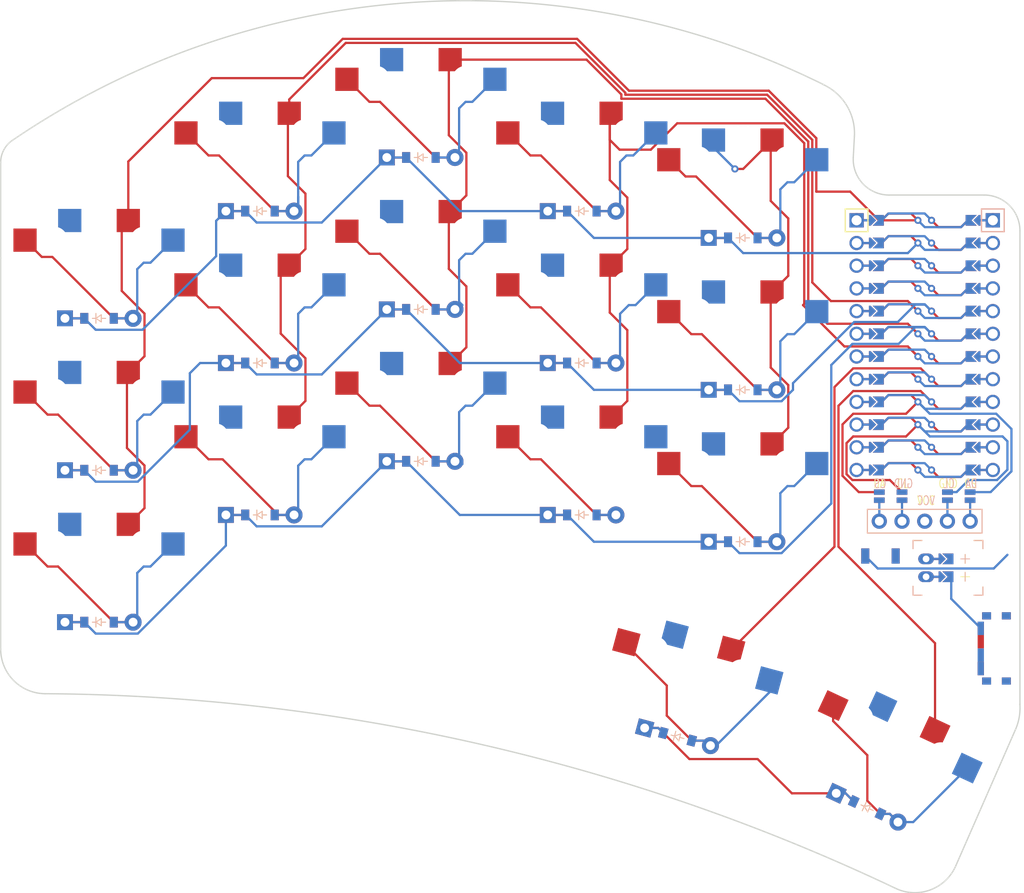
<source format=kicad_pcb>
(kicad_pcb (version 20211014) (generator pcbnew)
  (title_block (title "3x5_2") (rev "v1.0.0") (company "Unknown"))
  (layers (0 "F.Cu" signal) (31 "B.Cu" signal) (34 "B.Paste" user) (35 "F.Paste" user) (36 "B.SilkS" user "B.Silkscreen") (37 "F.SilkS" user "F.Silkscreen") (38 "B.Mask" user) (39 "F.Mask" user) (44 "Edge.Cuts" user))
  (net 0 "")
  (net 1 "P1")
  (net 2 "pinky_bot")
  (net 3 "pinky_mid")
  (net 4 "pinky_top")
  (net 5 "P2")
  (net 6 "ring_bot")
  (net 7 "ring_mid")
  (net 8 "ring_top")
  (net 9 "P3")
  (net 10 "middle_bot")
  (net 11 "middle_mid")
  (net 12 "middle_top")
  (net 13 "P4")
  (net 14 "index_bot")
  (net 15 "index_mid")
  (net 16 "index_top")
  (net 17 "P5")
  (net 18 "inner_bot")
  (net 19 "inner_mid")
  (net 20 "inner_top")
  (net 21 "P18")
  (net 22 "out_home")
  (net 23 "P15")
  (net 24 "in_home")
  (net 25 "P20")
  (net 26 "P21")
  (net 27 "P0")
  (net 28 "P19")
  (net 29 "RAW")
  (net 30 "GND")
  (net 31 "RST")
  (net 32 "VCC")
  (net 33 "P14")
  (net 34 "P16")
  (net 35 "P10")
  (net 36 "P6")
  (net 37 "P7")
  (net 38 "P8")
  (net 39 "P9")
  (net 40 "CS")
  (net 41 "DISP1_1")
  (net 42 "DISP1_2")
  (net 43 "DISP1_4")
  (net 44 "DISP1_5")
  (net 45 "pos")
  (net 46 "JST1_1")
  (net 47 "JST1_2")
  (footprint "ComboDiode" (layer "F.Cu") (at 72 -4)
    (fp_text reference "D13" hide)
    (fp_text value "" hide)
  )
  (footprint "ComboDiode" (layer "F.Cu") (at 72 -21)
    (fp_text reference "D14" hide)
    (fp_text value "" hide)
  )
  (footprint "PG1350" (layer "F.Cu") (at 0 -17)
    (fp_text reference "S2" hide)
    (fp_text value "" hide)
  )
  (footprint "PG1350" (layer "F.Cu") (at 54 -29)
    (fp_text reference "S11" hide)
    (fp_text value "" hide)
  )
  (footprint "ComboDiode" (layer "F.Cu") (at 0 5)
    (fp_text reference "D1" hide)
    (fp_text value "" hide)
  )
  (footprint "ComboDiode" (layer "F.Cu") (at 85.90723 25.761238 -25)
    (fp_text reference "D17" hide)
    (fp_text value "" hide)
  )
  (footprint "PG1350" (layer "F.Cu") (at 88.020322 21.229699 -25)
    (fp_text reference "S17" hide)
    (fp_text value "" hide)
  )
  (footprint "PG1350" (layer "F.Cu") (at 18 -29)
    (fp_text reference "S5" hide)
    (fp_text value "" hide)
  )
  (footprint "ComboDiode" (layer "F.Cu") (at 0 -12)
    (fp_text reference "D2" hide)
    (fp_text value "" hide)
  )
  (footprint "ProMicro" (layer "F.Cu") (at 92.35 -26 -90)
    (fp_text reference "MCU1" hide)
    (fp_text value "")
  )
  (footprint "PG1350" (layer "F.Cu") (at 36 -52)
    (fp_text reference "S9" hide)
    (fp_text value "" hide)
  )
  (footprint "PG1350" (layer "F.Cu") (at 72 -26)
    (fp_text reference "S14" hide)
    (fp_text value "" hide)
  )
  (footprint "ComboDiode" (layer "F.Cu") (at 18 -24)
    (fp_text reference "D5" hide)
    (fp_text value "" hide)
  )
  (footprint "ComboDiode" (layer "F.Cu") (at 36 -13)
    (fp_text reference "D7" hide)
    (fp_text value "" hide)
  )
  (footprint "ComboDiode" (layer "F.Cu") (at 36 -30)
    (fp_text reference "D8" hide)
    (fp_text value "" hide)
  )
  (footprint "ComboDiode" (layer "F.Cu") (at 18 -7)
    (fp_text reference "D4" hide)
    (fp_text value "" hide)
  )
  (footprint "PG1350" (layer "F.Cu") (at 36 -35)
    (fp_text reference "S8" hide)
    (fp_text value "" hide)
  )
  (footprint "PG1350" (layer "F.Cu") (at 18 -12)
    (fp_text reference "S4" hide)
    (fp_text value "" hide)
  )
  (footprint "Button_Switch_SMD:SW_SPDT_PCM12" (layer "F.Cu") (at 100.05 7.94 90)
    (fp_text reference "")
    (fp_text value "")
  )
  (footprint "PG1350" (layer "F.Cu") (at 72 -9)
    (fp_text reference "S13" hide)
    (fp_text value "" hide)
  )
  (footprint "ComboDiode" (layer "F.Cu") (at 54 -41)
    (fp_text reference "D12" hide)
    (fp_text value "" hide)
  )
  (footprint "PG1350" (layer "F.Cu") (at 54 -12)
    (fp_text reference "S10" hide)
    (fp_text value "" hide)
  )
  (footprint "JST_PH_S2B-PH-K" (layer "F.Cu") (at 92.5 -1.08 90)
    (fp_text reference "JST1" hide)
    (fp_text value "")
  )
  (footprint "ComboDiode" (layer "F.Cu") (at 54 -24)
    (fp_text reference "D11" hide)
    (fp_text value "" hide)
  )
  (footprint "PG1350" (layer "F.Cu") (at 0 0)
    (fp_text reference "S1" hide)
    (fp_text value "" hide)
  )
  (footprint "PG1350" (layer "F.Cu") (at 0 -34)
    (fp_text reference "S3" hide)
    (fp_text value "" hide)
  )
  (footprint "PG1350" (layer "F.Cu") (at 36 -18)
    (fp_text reference "S7" hide)
    (fp_text value "" hide)
  )
  (footprint "PG1350" (layer "F.Cu") (at 72 -43)
    (fp_text reference "S15" hide)
    (fp_text value "" hide)
  )
  (footprint "ComboDiode" (layer "F.Cu") (at 18 -41)
    (fp_text reference "D6" hide)
    (fp_text value "" hide)
  )
  (footprint "PG1350" (layer "F.Cu") (at 54 -46)
    (fp_text reference "S12" hide)
    (fp_text value "" hide)
  )
  (footprint "ComboDiode" (layer "F.Cu") (at 72 -38)
    (fp_text reference "D15" hide)
    (fp_text value "" hide)
  )
  (footprint "Button_Switch_SMD:SW_SPST_B3U-1000P" (layer "F.Cu") (at 87.4 -2.4)
    (fp_text reference "")
    (fp_text value "")
  )
  (footprint "ComboDiode" (layer "F.Cu") (at 36 -47)
    (fp_text reference "D9" hide)
    (fp_text value "" hide)
  )
  (footprint "ComboDiode" (layer "F.Cu") (at 64.705905 17.829629 -15)
    (fp_text reference "D16" hide)
    (fp_text value "" hide)
  )
  (footprint "ComboDiode" (layer "F.Cu") (at 54 -7)
    (fp_text reference "D10" hide)
    (fp_text value "" hide)
  )
  (footprint "PG1350" (layer "F.Cu") (at 66 13 -15)
    (fp_text reference "S16" hide)
    (fp_text value "" hide)
  )
  (footprint "nice!view" (layer "F.Cu") (at 92.35 -23)
    (fp_text reference "DISP1" hide)
    (fp_text value "")
  )
  (footprint "PG1350" (layer "F.Cu") (at 18 -46)
    (fp_text reference "S6" hide)
    (fp_text value "" hide)
  )
  (footprint "ComboDiode" (layer "F.Cu") (at 0 -29)
    (fp_text reference "D3" hide)
    (fp_text value "" hide)
  )
  (gr_line (start 81 -55.160294) (end 81 -55.172578) (layer "Edge.Cuts") (width 0.15))
  (gr_arc (start 88.35366 -42.8) (mid 85.45005 -44.04881) (end 84.359468 -47.015476) (layer "Edge.Cuts") (width 0.15))
  (gr_line (start 102.504833 17.00822) (end 95.819813 32.278197) (layer "Edge.Cuts") (width 0.15))
  (gr_arc (start -6.032608 13.004785) (mid 42.725452 18.677397) (end 89.093001 34.788799) (layer "Edge.Cuts") (width 0.15))
  (gr_arc (start 99 -42.8) (mid 101.828427 -41.628427) (end 103 -38.8) (layer "Edge.Cuts") (width 0.15))
  (gr_arc (start -6.032609 13.004785) (mid -9.547044 11.528877) (end -11 8.004891) (layer "Edge.Cuts") (width 0.15))
  (gr_arc (start -11 -46.438803) (mid -10.65226 -47.840772) (end -9.689655 -48.917727) (layer "Edge.Cuts") (width 0.15))
  (gr_arc (start 102.994991 14.2) (mid 102.919111 15.633643) (end 102.504833 17.00822) (layer "Edge.Cuts") (width 0.15))
  (gr_line (start 88.35366 -42.8) (end 99 -42.8) (layer "Edge.Cuts") (width 0.15))
  (gr_line (start 103 14.2) (end 103 -38.8) (layer "Edge.Cuts") (width 0.15))
  (gr_line (start -11 -35.75) (end -11 -46.438803) (layer "Edge.Cuts") (width 0.15))
  (gr_arc (start 81 -55.160295) (mid 83.632356 -52.809022) (end 84.487274 -49.384567) (layer "Edge.Cuts") (width 0.15))
  (gr_line (start 84.487274 -49.384567) (end 84.359468 -47.015476) (layer "Edge.Cuts") (width 0.15))
  (gr_arc (start -9.689655 -48.917727) (mid 34.807426 -64.336703) (end 81 -55.172577) (layer "Edge.Cuts") (width 0.15))
  (gr_line (start -11 8.004891) (end -11 -35.75) (layer "Edge.Cuts") (width 0.15))
  (gr_arc (start 95.819814 32.278197) (mid 92.98783 34.957371) (end 89.093001 34.788799) (layer "Edge.Cuts") (width 0.15))
  (gr_line (start 102.994991 14.2) (end 103 14.2) (layer "Edge.Cuts") (width 0.15))
  (segment (start 27.255001 -60.275001) (end 53.472791 -60.275001) (width 0.25) (layer "F.Cu") (net 1))
  (segment (start 12.605 -55.88) (end 22.86 -55.88) (width 0.25) (layer "F.Cu") (net 1))
  (segment (start 5.0875 -12.529158) (end 5.0875 -7.7625) (width 0.25) (layer "F.Cu") (net 1))
  (segment (start 2.54 -39.215) (end 2.54 -32.076658) (width 0.25) (layer "F.Cu") (net 1))
  (segment (start 59.272792 -54.475) (end 74.909188 -54.475) (width 0.25) (layer "F.Cu") (net 1))
  (segment (start 3.275 -39.95) (end 2.54 -39.215) (width 0.25) (layer "F.Cu") (net 1))
  (segment (start 74.909188 -54.475) (end 80.225001 -49.159187) (width 0.25) (layer "F.Cu") (net 1))
  (segment (start 80.225001 -43.18) (end 84.016198 -43.18) (width 0.25) (layer "F.Cu") (net 1))
  (segment (start 5.0875 -24.7625) (end 3.275 -22.95) (width 0.25) (layer "F.Cu") (net 1))
  (segment (start 22.86 -55.88) (end 27.255001 -60.275001) (width 0.25) (layer "F.Cu") (net 1))
  (segment (start 3.275 -22.95) (end 3.124999 -22.799999) (width 0.25) (layer "F.Cu") (net 1))
  (segment (start 3.275 -46.55) (end 12.605 -55.88) (width 0.25) (layer "F.Cu") (net 1))
  (segment (start 5.0875 -29.529158) (end 5.0875 -24.7625) (width 0.25) (layer "F.Cu") (net 1))
  (segment (start 5.0875 -7.7625) (end 3.275 -5.95) (width 0.25) (layer "F.Cu") (net 1))
  (segment (start 80.225001 -49.159187) (end 80.225001 -43.18) (width 0.25) (layer "F.Cu") (net 1))
  (segment (start 3.124999 -14.491659) (end 5.0875 -12.529158) (width 0.25) (layer "F.Cu") (net 1))
  (segment (start 53.472791 -60.275001) (end 59.272792 -54.475) (width 0.25) (layer "F.Cu") (net 1))
  (segment (start 3.124999 -22.799999) (end 3.124999 -14.491659) (width 0.25) (layer "F.Cu") (net 1))
  (segment (start 2.54 -32.076658) (end 5.0875 -29.529158) (width 0.25) (layer "F.Cu") (net 1))
  (segment (start 87.226198 -39.97) (end 91.588 -39.97) (width 0.25) (layer "F.Cu") (net 1))
  (segment (start 84.016198 -43.18) (end 87.226198 -39.97) (width 0.25) (layer "F.Cu") (net 1))
  (segment (start 3.275 -39.95) (end 3.275 -46.55) (width 0.25) (layer "F.Cu") (net 1))
  (segment (start -4.575901 -1.225901) (end 1.65 5) (width 0.25) (layer "F.Cu") (net 2))
  (segment (start -8.275 -3.75) (end -5.750901 -1.225901) (width 0.25) (layer "F.Cu") (net 2))
  (segment (start 1.65 5) (end 3.81 5) (width 0.25) (layer "F.Cu") (net 2))
  (segment (start -5.750901 -1.225901) (end -4.575901 -1.225901) (width 0.25) (layer "F.Cu") (net 2))
  (segment (start 5.750901 -1.225901) (end 4.992215 -1.225901) (width 0.25) (layer "B.Cu") (net 2))
  (segment (start 1.65 5) (end 3.81 5) (width 0.25) (layer "B.Cu") (net 2))
  (segment (start 3.81 4.738198) (end 4.274099 4.274099) (width 0.25) (layer "B.Cu") (net 2))
  (segment (start 3.81 5) (end 3.81 4.738198) (width 0.25) (layer "B.Cu") (net 2))
  (segment (start 4.992215 -1.225901) (end 4.274099 -0.507785) (width 0.25) (layer "B.Cu") (net 2))
  (segment (start 8.275 -3.75) (end 5.750901 -1.225901) (width 0.25) (layer "B.Cu") (net 2))
  (segment (start 4.274099 -0.507785) (end 4.274099 4.274099) (width 0.25) (layer "B.Cu") (net 2))
  (segment (start -8.275 -20.75) (end -5.750901 -18.225901) (width 0.25) (layer "F.Cu") (net 3))
  (segment (start 1.65 -12) (end 3.81 -12) (width 0.25) (layer "F.Cu") (net 3))
  (segment (start -5.750901 -18.225901) (end -4.575901 -18.225901) (width 0.25) (layer "F.Cu") (net 3))
  (segment (start -4.575901 -18.225901) (end 1.65 -12) (width 0.25) (layer "F.Cu") (net 3))
  (segment (start 8.275 -20.75) (end 5.750901 -18.225901) (width 0.25) (layer "B.Cu") (net 3))
  (segment (start 4.274099 -12.464099) (end 4.274099 -13.505901) (width 0.25) (layer "B.Cu") (net 3))
  (segment (start 3.81 -12) (end 4.274099 -12.464099) (width 0.25) (layer "B.Cu") (net 3))
  (segment (start 1.65 -12) (end 3.81 -12) (width 0.25) (layer "B.Cu") (net 3))
  (segment (start 5.750901 -18.225901) (end 4.992215 -18.225901) (width 0.25) (layer "B.Cu") (net 3))
  (segment (start 4.274099 -17.507785) (end 4.274099 -13.505901) (width 0.25) (layer "B.Cu") (net 3))
  (segment (start 4.992215 -18.225901) (end 4.274099 -17.507785) (width 0.25) (layer "B.Cu") (net 3))
  (segment (start -5.224999 -35.874999) (end 1.65 -29) (width 0.25) (layer "F.Cu") (net 4))
  (segment (start 1.65 -29) (end 3.81 -29) (width 0.25) (layer "F.Cu") (net 4))
  (segment (start -8.275 -37.75) (end -6.399999 -35.874999) (width 0.25) (layer "F.Cu") (net 4))
  (segment (start -6.399999 -35.874999) (end -5.224999 -35.874999) (width 0.25) (layer "F.Cu") (net 4))
  (segment (start 1.65 -29) (end 3.81 -29) (width 0.25) (layer "B.Cu") (net 4))
  (segment (start 8.275 -37.75) (end 5.750901 -35.225901) (width 0.25) (layer "B.Cu") (net 4))
  (segment (start 5.750901 -35.225901) (end 4.992215 -35.225901) (width 0.25) (layer "B.Cu") (net 4))
  (segment (start 4.274099 -29.674099) (end 4.274099 -28.745901) (width 0.25) (layer "B.Cu") (net 4))
  (segment (start 4.274099 -34.507785) (end 4.274099 -29.674099) (width 0.25) (layer "B.Cu") (net 4))
  (segment (start 3.81 -29) (end 3.81 -29.21) (width 0.25) (layer "B.Cu") (net 4))
  (segment (start 3.81 -29.21) (end 4.274099 -29.674099) (width 0.25) (layer "B.Cu") (net 4))
  (segment (start 4.992215 -35.225901) (end 4.274099 -34.507785) (width 0.25) (layer "B.Cu") (net 4))
  (segment (start 23.0875 -19.7625) (end 21.275 -17.95) (width 0.25) (layer "F.Cu") (net 5))
  (segment (start 21.124999 -51.799999) (end 21.124999 -44.915001) (width 0.25) (layer "F.Cu") (net 5))
  (segment (start 53.286395 -59.825001) (end 58.87 -54.241396) (width 0.25) (layer "F.Cu") (net 5))
  (segment (start 74.722792 -54.025) (end 79.775001 -48.972791) (width 0.25) (layer "F.Cu") (net 5))
  (segment (start 21.275 -53.5) (end 27.600001 -59.825001) (width 0.25) (layer "F.Cu") (net 5))
  (segment (start 81.860001 -30.935) (end 90.463 -30.935) (width 0.25) (layer "F.Cu") (net 5))
  (segment (start 79.775001 -48.972791) (end 79.775001 -33.02) (width 0.25) (layer "F.Cu") (net 5))
  (segment (start 20.32 -27.296658) (end 23.0875 -24.529158) (width 0.25) (layer "F.Cu") (net 5))
  (segment (start 23.0875 -36.7625) (end 21.275 -34.95) (width 0.25) (layer "F.Cu") (net 5))
  (segment (start 21.275 -34.95) (end 20.32 -33.995) (width 0.25) (layer "F.Cu") (net 5))
  (segment (start 20.32 -33.995) (end 20.32 -27.296658) (width 0.25) (layer "F.Cu") (net 5))
  (segment (start 21.275 -51.95) (end 21.275 -53.5) (width 0.25) (layer "F.Cu") (net 5))
  (segment (start 58.87 -54.241396) (end 58.87 -54.025) (width 0.25) (layer "F.Cu") (net 5))
  (segment (start 27.600001 -59.825001) (end 53.286395 -59.825001) (width 0.25) (layer "F.Cu") (net 5))
  (segment (start 23.0875 -24.529158) (end 23.0875 -19.7625) (width 0.25) (layer "F.Cu") (net 5))
  (segment (start 21.275 -51.95) (end 21.124999 -51.799999) (width 0.25) (layer "F.Cu") (net 5))
  (segment (start 79.775001 -33.02) (end 81.860001 -30.935) (width 0.25) (layer "F.Cu") (net 5))
  (segment (start 58.87 -54.025) (end 74.722792 -54.025) (width 0.25) (layer "F.Cu") (net 5))
  (segment (start 90.463 -30.935) (end 91.588 -29.81) (width 0.25) (layer "F.Cu") (net 5))
  (segment (start 21.124999 -44.915001) (end 23.0875 -42.9525) (width 0.25) (layer "F.Cu") (net 5))
  (segment (start 23.0875 -42.9525) (end 23.0875 -36.7625) (width 0.25) (layer "F.Cu") (net 5))
  (segment (start 19.65 -7) (end 21.81 -7) (width 0.25) (layer "F.Cu") (net 6))
  (segment (start 19.65 -7.394999) (end 19.65 -7) (width 0.25) (layer "F.Cu") (net 6))
  (segment (start 9.725 -15.75) (end 12.249099 -13.225901) (width 0.25) (layer "F.Cu") (net 6))
  (segment (start 12.249099 -13.225901) (end 13.819098 -13.225901) (width 0.25) (layer "F.Cu") (net 6))
  (segment (start 13.819098 -13.225901) (end 19.65 -7.394999) (width 0.25) (layer "F.Cu") (net 6))
  (segment (start 21.81 -7) (end 21.844099 -7.034099) (width 0.25) (layer "B.Cu") (net 6))
  (segment (start 26.275 -15.75) (end 23.750901 -13.225901) (width 0.25) (layer "B.Cu") (net 6))
  (segment (start 21.844099 -7.034099) (end 22.274099 -7.034099) (width 0.25) (layer "B.Cu") (net 6))
  (segment (start 19.65 -7) (end 21.81 -7) (width 0.25) (layer "B.Cu") (net 6))
  (segment (start 22.992215 -13.225901) (end 22.274099 -12.507785) (width 0.25) (layer "B.Cu") (net 6))
  (segment (start 23.750901 -13.225901) (end 22.992215 -13.225901) (width 0.25) (layer "B.Cu") (net 6))
  (segment (start 22.274099 -12.507785) (end 22.274099 -7.034099) (width 0.25) (layer "B.Cu") (net 6))
  (segment (start 13.424099 -30.225901) (end 19.65 -24) (width 0.25) (layer "F.Cu") (net 7))
  (segment (start 12.249099 -30.225901) (end 13.424099 -30.225901) (width 0.25) (layer "F.Cu") (net 7))
  (segment (start 19.65 -24) (end 21.81 -24) (width 0.25) (layer "F.Cu") (net 7))
  (segment (start 9.725 -32.75) (end 12.249099 -30.225901) (width 0.25) (layer "F.Cu") (net 7))
  (segment (start 21.81 -24.35) (end 22.274099 -24.814099) (width 0.25) (layer "B.Cu") (net 7))
  (segment (start 22.992215 -30.225901) (end 22.274099 -29.507785) (width 0.25) (layer "B.Cu") (net 7))
  (segment (start 23.750901 -30.225901) (end 22.992215 -30.225901) (width 0.25) (layer "B.Cu") (net 7))
  (segment (start 22.274099 -24.814099) (end 22.274099 -23.445901) (width 0.25) (layer "B.Cu") (net 7))
  (segment (start 21.81 -24) (end 21.81 -24.35) (width 0.25) (layer "B.Cu") (net 7))
  (segment (start 19.65 -24) (end 21.81 -24) (width 0.25) (layer "B.Cu") (net 7))
  (segment (start 22.274099 -29.507785) (end 22.274099 -24.814099) (width 0.25) (layer "B.Cu") (net 7))
  (segment (start 26.275 -32.75) (end 23.750901 -30.225901) (width 0.25) (layer "B.Cu") (net 7))
  (segment (start 12.249099 -47.225901) (end 13.424099 -47.225901) (width 0.25) (layer "F.Cu") (net 8))
  (segment (start 19.65 -41) (end 21.81 -41) (width 0.25) (layer "F.Cu") (net 8))
  (segment (start 9.725 -49.75) (end 12.249099 -47.225901) (width 0.25) (layer "F.Cu") (net 8))
  (segment (start 13.424099 -47.225901) (end 19.65 -41) (width 0.25) (layer "F.Cu") (net 8))
  (segment (start 26.275 -49.75) (end 23.750901 -47.225901) (width 0.25) (layer "B.Cu") (net 8))
  (segment (start 23.750901 -47.225901) (end 22.992215 -47.225901) (width 0.25) (layer "B.Cu") (net 8))
  (segment (start 22.17 -40.64) (end 21.81 -41) (width 0.25) (layer "B.Cu") (net 8))
  (segment (start 22.274099 -42.594099) (end 22.274099 -41.225901) (width 0.25) (layer "B.Cu") (net 8))
  (segment (start 22.274099 -41.464099) (end 22.274099 -42.594099) (width 0.25) (layer "B.Cu") (net 8))
  (segment (start 22.274099 -46.507785) (end 22.274099 -42.594099) (width 0.25) (layer "B.Cu") (net 8))
  (segment (start 22.992215 -47.225901) (end 22.274099 -46.507785) (width 0.25) (layer "B.Cu") (net 8))
  (segment (start 19.65 -41) (end 21.81 -41) (width 0.25) (layer "B.Cu") (net 8))
  (segment (start 21.81 -41) (end 22.274099 -41.464099) (width 0.25) (layer "B.Cu") (net 8))
  (segment (start 39.275 -57.95) (end 54.525 -57.95) (width 0.25) (layer "F.Cu") (net 9))
  (segment (start 81.461396 -28.395) (end 90.463 -28.395) (width 0.25) (layer "F.Cu") (net 9))
  (segment (start 54.525 -57.95) (end 58.42 -54.055) (width 0.25) (layer "F.Cu") (net 9))
  (segment (start 41.0875 -42.7625) (end 41.0875 -47.529158) (width 0.25) (layer "F.Cu") (net 9))
  (segment (start 74.536396 -53.575) (end 79.325001 -48.786395) (width 0.25) (layer "F.Cu") (net 9))
  (segment (start 39.124999 -40.799999) (end 39.275 -40.95) (width 0.25) (layer "F.Cu") (net 9))
  (segment (start 79.325001 -48.786395) (end 79.325001 -30.531395) (width 0.25) (layer "F.Cu") (net 9))
  (segment (start 41.0875 -47.529158) (end 39.124999 -49.491659) (width 0.25) (layer "F.Cu") (net 9))
  (segment (start 58.42 -53.575) (end 74.536396 -53.575) (width 0.25) (layer "F.Cu") (net 9))
  (segment (start 39.275 -40.95) (end 41.0875 -42.7625) (width 0.25) (layer "F.Cu") (net 9))
  (segment (start 58.42 -54.055) (end 58.42 -53.575) (width 0.25) (layer "F.Cu") (net 9))
  (segment (start 79.325001 -30.531395) (end 81.461396 -28.395) (width 0.25) (layer "F.Cu") (net 9))
  (segment (start 39.124999 -49.491659) (end 39.124999 -57.799999) (width 0.25) (layer "F.Cu") (net 9))
  (segment (start 39.124999 -57.799999) (end 39.275 -57.95) (width 0.25) (layer "F.Cu") (net 9))
  (segment (start 41.0875 -32.5725) (end 39.124999 -34.535001) (width 0.25) (layer "F.Cu") (net 9))
  (segment (start 39.124999 -34.535001) (end 39.124999 -40.799999) (width 0.25) (layer "F.Cu") (net 9))
  (segment (start 41.0875 -25.7625) (end 41.0875 -32.5725) (width 0.25) (layer "F.Cu") (net 9))
  (segment (start 39.275 -23.95) (end 41.0875 -25.7625) (width 0.25) (layer "F.Cu") (net 9))
  (segment (start 90.463 -28.395) (end 91.588 -27.27) (width 0.25) (layer "F.Cu") (net 9))
  (segment (start 31.424099 -19.225901) (end 37.65 -13) (width 0.25) (layer "F.Cu") (net 10))
  (segment (start 27.725 -21.75) (end 30.249099 -19.225901) (width 0.25) (layer "F.Cu") (net 10))
  (segment (start 30.249099 -19.225901) (end 31.424099 -19.225901) (width 0.25) (layer "F.Cu") (net 10))
  (segment (start 37.65 -13) (end 39.81 -13) (width 0.25) (layer "F.Cu") (net 10))
  (segment (start 37.65 -13) (end 39.81 -13) (width 0.25) (layer "B.Cu") (net 10))
  (segment (start 40.64 -12.7) (end 40.11 -12.7) (width 0.25) (layer "B.Cu") (net 10))
  (segment (start 41.750901 -19.225901) (end 40.992215 -19.225901) (width 0.25) (layer "B.Cu") (net 10))
  (segment (start 44.275 -21.75) (end 41.750901 -19.225901) (width 0.25) (layer "B.Cu") (net 10))
  (segment (start 40.11 -12.7) (end 39.81 -13) (width 0.25) (layer "B.Cu") (net 10))
  (segment (start 40.274099 -13.065901) (end 40.64 -12.7) (width 0.25) (layer "B.Cu") (net 10))
  (segment (start 40.992215 -19.225901) (end 40.274099 -18.507785) (width 0.25) (layer "B.Cu") (net 10))
  (segment (start 40.274099 -18.507785) (end 40.274099 -13.065901) (width 0.25) (layer "B.Cu") (net 10))
  (segment (start 37.65 -30) (end 39.81 -30) (width 0.25) (layer "F.Cu") (net 11))
  (segment (start 30.249099 -36.225901) (end 31.424099 -36.225901) (width 0.25) (layer "F.Cu") (net 11))
  (segment (start 27.725 -38.75) (end 30.249099 -36.225901) (width 0.25) (layer "F.Cu") (net 11))
  (segment (start 31.424099 -36.225901) (end 37.65 -30) (width 0.25) (layer "F.Cu") (net 11))
  (segment (start 40.16 -30) (end 39.81 -30) (width 0.25) (layer "B.Cu") (net 11))
  (segment (start 40.274099 -35.507785) (end 40.274099 -30.845901) (width 0.25) (layer "B.Cu") (net 11))
  (segment (start 41.750901 -36.225901) (end 40.992215 -36.225901) (width 0.25) (layer "B.Cu") (net 11))
  (segment (start 40.64 -30.48) (end 40.16 -30) (width 0.25) (layer "B.Cu") (net 11))
  (segment (start 37.65 -30) (end 39.81 -30) (width 0.25) (layer "B.Cu") (net 11))
  (segment (start 44.275 -38.75) (end 41.750901 -36.225901) (width 0.25) (layer "B.Cu") (net 11))
  (segment (start 40.274099 -30.845901) (end 40.64 -30.48) (width 0.25) (layer "B.Cu") (net 11))
  (segment (start 40.992215 -36.225901) (end 40.274099 -35.507785) (width 0.25) (layer "B.Cu") (net 11))
  (segment (start 27.725 -55.75) (end 30.249099 -53.225901) (width 0.25) (layer "F.Cu") (net 12))
  (segment (start 37.65 -47) (end 39.81 -47) (width 0.25) (layer "F.Cu") (net 12))
  (segment (start 30.249099 -53.225901) (end 31.424099 -53.225901) (width 0.25) (layer "F.Cu") (net 12))
  (segment (start 31.424099 -53.225901) (end 37.65 -47) (width 0.25) (layer "F.Cu") (net 12))
  (segment (start 39.81 -47.43) (end 40.274099 -47.894099) (width 0.25) (layer "B.Cu") (net 12))
  (segment (start 41.750901 -53.225901) (end 40.992215 -53.225901) (width 0.25) (layer "B.Cu") (net 12))
  (segment (start 40.274099 -52.507785) (end 40.274099 -47.894099) (width 0.25) (layer "B.Cu") (net 12))
  (segment (start 40.992215 -53.225901) (end 40.274099 -52.507785) (width 0.25) (layer "B.Cu") (net 12))
  (segment (start 39.81 -47) (end 39.81 -47.43) (width 0.25) (layer "B.Cu") (net 12))
  (segment (start 37.65 -47) (end 39.81 -47) (width 0.25) (layer "B.Cu") (net 12))
  (segment (start 44.275 -55.75) (end 41.750901 -53.225901) (width 0.25) (layer "B.Cu") (net 12))
  (segment (start 57.275 -51.95) (end 57.124999 -51.799999) (width 0.25) (layer "F.Cu") (net 13))
  (segment (start 57.124999 -51.799999) (end 57.124999 -44.475001) (width 0.25) (layer "F.Cu") (net 13))
  (segment (start 57.275 -17.95) (end 59.0875 -19.7625) (width 0.25) (layer "F.Cu") (net 13))
  (segment (start 57.124999 -44.475001) (end 59.0875 -42.5125) (width 0.25) (layer "F.Cu") (net 13))
  (segment (start 78.875001 -48.599999) (end 78.875001 -30.615001) (width 0.25) (layer "F.Cu") (net 13))
  (segment (start 78.875001 -30.615001) (end 78.74 -30.48) (width 0.25) (layer "F.Cu") (net 13))
  (segment (start 83.365 -25.855) (end 90.463 -25.855) (width 0.25) (layer "F.Cu") (net 13))
  (segment (start 64.665001 -50.825001) (end 76.649999 -50.825001) (width 0.25) (layer "F.Cu") (net 13))
  (segment (start 76.649999 -50.825001) (end 78.875001 -48.599999) (width 0.25) (layer "F.Cu") (net 13))
  (segment (start 57.124999 -29.641315) (end 57.124999 -34.799999) (width 0.25) (layer "F.Cu") (net 13))
  (segment (start 90.463 -25.855) (end 91.588 -24.73) (width 0.25) (layer "F.Cu") (net 13))
  (segment (start 57.124999 -48.973349) (end 58.223349 -47.874999) (width 0.25) (layer "F.Cu") (net 13))
  (segment (start 57.124999 -34.799999) (end 57.275 -34.95) (width 0.25) (layer "F.Cu") (net 13))
  (segment (start 59.0875 -36.7625) (end 57.275 -34.95) (width 0.25) (layer "F.Cu") (net 13))
  (segment (start 59.0875 -27.678814) (end 57.124999 -29.641315) (width 0.25) (layer "F.Cu") (net 13))
  (segment (start 78.74 -30.48) (end 83.365 -25.855) (width 0.25) (layer "F.Cu") (net 13))
  (segment (start 59.0875 -42.5125) (end 59.0875 -36.7625) (width 0.25) (layer "F.Cu") (net 13))
  (segment (start 61.714999 -47.874999) (end 64.665001 -50.825001) (width 0.25) (layer "F.Cu") (net 13))
  (segment (start 59.0875 -19.7625) (end 59.0875 -27.678814) (width 0.25) (layer "F.Cu") (net 13))
  (segment (start 58.223349 -47.874999) (end 61.714999 -47.874999) (width 0.25) (layer "F.Cu") (net 13))
  (segment (start 57.124999 -51.799999) (end 57.124999 -48.973349) (width 0.25) (layer "F.Cu") (net 13))
  (segment (start 48.249099 -13.225901) (end 49.424099 -13.225901) (width 0.25) (layer "F.Cu") (net 14))
  (segment (start 45.725 -15.75) (end 48.249099 -13.225901) (width 0.25) (layer "F.Cu") (net 14))
  (segment (start 55.65 -7) (end 57.81 -7) (width 0.25) (layer "F.Cu") (net 14))
  (segment (start 49.424099 -13.225901) (end 55.65 -7) (width 0.25) (layer "F.Cu") (net 14))
  (segment (start 55.65 -7) (end 57.81 -7) (width 0.25) (layer "B.Cu") (net 14))
  (segment (start 45.725 -32.75) (end 48.249099 -30.225901) (width 0.25) (layer "F.Cu") (net 15))
  (segment (start 55.65 -24) (end 57.81 -24) (width 0.25) (layer "F.Cu") (net 15))
  (segment (start 49.424099 -30.225901) (end 55.65 -24) (width 0.25) (layer "F.Cu") (net 15))
  (segment (start 48.249099 -30.225901) (end 49.424099 -30.225901) (width 0.25) (layer "F.Cu") (net 15))
  (segment (start 59.246314 -30.48) (end 60.005 -30.48) (width 0.25) (layer "B.Cu") (net 15))
  (segment (start 60.005 -30.48) (end 62.275 -32.75) (width 0.25) (layer "B.Cu") (net 15))
  (segment (start 57.81 -24) (end 58.274099 -24.464099) (width 0.25) (layer "B.Cu") (net 15))
  (segment (start 58.274099 -29.507785) (end 59.246314 -30.48) (width 0.25) (layer "B.Cu") (net 15))
  (segment (start 55.65 -24) (end 57.81 -24) (width 0.25) (layer "B.Cu") (net 15))
  (segment (start 57.81 -24) (end 58.42 -24.61) (width 0.25) (layer "B.Cu") (net 15))
  (segment (start 58.274099 -24.464099) (end 58.274099 -29.507785) (width 0.25) (layer "B.Cu") (net 15))
  (segment (start 45.725 -49.75) (end 48.249099 -47.225901) (width 0.25) (layer "F.Cu") (net 16))
  (segment (start 55.65 -41) (end 57.81 -41) (width 0.25) (layer "F.Cu") (net 16))
  (segment (start 48.249099 -47.225901) (end 49.424099 -47.225901) (width 0.25) (layer "F.Cu") (net 16))
  (segment (start 49.424099 -47.225901) (end 55.65 -41) (width 0.25) (layer "F.Cu") (net 16))
  (segment (start 59.750901 -47.225901) (end 58.992215 -47.225901) (width 0.25) (layer "B.Cu") (net 16))
  (segment (start 62.275 -49.75) (end 59.750901 -47.225901) (width 0.25) (layer "B.Cu") (net 16))
  (segment (start 55.65 -41) (end 57.81 -41) (width 0.25) (layer "B.Cu") (net 16))
  (segment (start 58.42 -40.64) (end 58.17 -40.64) (width 0.25) (layer "B.Cu") (net 16))
  (segment (start 58.274099 -40.785901) (end 58.42 -40.64) (width 0.25) (layer "B.Cu") (net 16))
  (segment (start 58.274099 -46.507785) (end 58.274099 -40.785901) (width 0.25) (layer "B.Cu") (net 16))
  (segment (start 58.17 -40.64) (end 57.81 -41) (width 0.25) (layer "B.Cu") (net 16))
  (segment (start 58.992215 -47.225901) (end 58.274099 -46.507785) (width 0.25) (layer "B.Cu") (net 16))
  (segment (start 75.275 -48.95) (end 72.045 -45.72) (width 0.25) (layer "F.Cu") (net 17))
  (segment (start 75.124999 -31.799999) (end 75.124999 -23.491659) (width 0.25) (layer "F.Cu") (net 17))
  (segment (start 77.0875 -16.7625) (end 75.275 -14.95) (width 0.25) (layer "F.Cu") (net 17))
  (segment (start 77.0875 -33.7625) (end 77.0875 -40.182001) (width 0.25) (layer "F.Cu") (net 17))
  (segment (start 75.124999 -42.144502) (end 75.124999 -48.799999) (width 0.25) (layer "F.Cu") (net 17))
  (segment (start 75.275 -31.95) (end 77.0875 -33.7625) (width 0.25) (layer "F.Cu") (net 17))
  (segment (start 75.124999 -23.491659) (end 77.0875 -21.529158) (width 0.25) (layer "F.Cu") (net 17))
  (segment (start 77.0875 -40.182001) (end 75.124999 -42.144502) (width 0.25) (layer "F.Cu") (net 17))
  (segment (start 75.275 -31.95) (end 75.124999 -31.799999) (width 0.25) (layer "F.Cu") (net 17))
  (segment (start 72.045 -45.72) (end 71.12 -45.72) (width 0.25) (layer "F.Cu") (net 17))
  (segment (start 75.124999 -48.799999) (end 75.275 -48.95) (width 0.25) (layer "F.Cu") (net 17))
  (segment (start 77.0875 -21.529158) (end 77.0875 -16.7625) (width 0.25) (layer "F.Cu") (net 17))
  (via (at 71.12 -45.72) (size 0.8) (drill 0.4) (layers "F.Cu" "B.Cu") (net 17))
  (segment (start 68.725 -48.115) (end 71.12 -45.72) (width 0.25) (layer "B.Cu") (net 17))
  (segment (start 68.725 -48.95) (end 68.725 -48.115) (width 0.25) (layer "B.Cu") (net 17))
  (segment (start 67.424099 -10.225901) (end 73.65 -4) (width 0.25) (layer "F.Cu") (net 18))
  (segment (start 66.249099 -10.225901) (end 67.424099 -10.225901) (width 0.25) (layer "F.Cu") (net 18))
  (segment (start 73.65 -4) (end 75.81 -4) (width 0.25) (layer "F.Cu") (net 18))
  (segment (start 63.725 -12.75) (end 66.249099 -10.225901) (width 0.25) (layer "F.Cu") (net 18))
  (segment (start 77.750901 -10.225901) (end 76.992215 -10.225901) (width 0.25) (layer "B.Cu") (net 18))
  (segment (start 76.2 -4.39) (end 75.81 -4) (width 0.25) (layer "B.Cu") (net 18))
  (segment (start 80.275 -12.75) (end 77.750901 -10.225901) (width 0.25) (layer "B.Cu") (net 18))
  (segment (start 73.65 -4) (end 75.81 -4) (width 0.25) (layer "B.Cu") (net 18))
  (segment (start 76.992215 -10.225901) (end 76.2 -9.433686) (width 0.25) (layer "B.Cu") (net 18))
  (segment (start 76.2 -9.433686) (end 76.2 -4.39) (width 0.25) (layer "B.Cu") (net 18))
  (segment (start 63.725 -29.75) (end 66.249099 -27.225901) (width 0.25) (layer "F.Cu") (net 19))
  (segment (start 67.424099 -27.225901) (end 73.65 -21) (width 0.25) (layer "F.Cu") (net 19))
  (segment (start 66.249099 -27.225901) (end 67.424099 -27.225901) (width 0.25) (layer "F.Cu") (net 19))
  (segment (start 73.65 -21) (end 75.81 -21) (width 0.25) (layer "F.Cu") (net 19))
  (segment (start 76.992215 -27.225901) (end 76.2 -26.433686) (width 0.25) (layer "B.Cu") (net 19))
  (segment (start 75.81 -20.71) (end 75.81 -21) (width 0.25) (layer "B.Cu") (net 19))
  (segment (start 80.275 -29.75) (end 77.750901 -27.225901) (width 0.25) (layer "B.Cu") (net 19))
  (segment (start 73.65 -21) (end 75.81 -21) (width 0.25) (layer "B.Cu") (net 19))
  (segment (start 76.2 -20.32) (end 75.81 -20.71) (width 0.25) (layer "B.Cu") (net 19))
  (segment (start 77.750901 -27.225901) (end 76.992215 -27.225901) (width 0.25) (layer "B.Cu") (net 19))
  (segment (start 76.2 -26.433686) (end 76.2 -20.32) (width 0.25) (layer "B.Cu") (net 19))
  (segment (start 66.775001 -44.874999) (end 73.65 -38) (width 0.25) (layer "F.Cu") (net 20))
  (segment (start 63.725 -46.75) (end 65.600001 -44.874999) (width 0.25) (layer "F.Cu") (net 20))
  (segment (start 65.600001 -44.874999) (end 66.775001 -44.874999) (width 0.25) (layer "F.Cu") (net 20))
  (segment (start 73.65 -38) (end 75.81 -38) (width 0.25) (layer "F.Cu") (net 20))
  (segment (start 73.65 -38) (end 75.81 -38) (width 0.25) (layer "B.Cu") (net 20))
  (segment (start 76.1 -38) (end 75.81 -38) (width 0.25) (layer "B.Cu") (net 20))
  (segment (start 76.992215 -44.225901) (end 76.2 -43.433686) (width 0.25) (layer "B.Cu") (net 20))
  (segment (start 76.2 -43.433686) (end 76.2 -38.1) (width 0.25) (layer "B.Cu") (net 20))
  (segment (start 77.750901 -44.225901) (end 76.992215 -44.225901) (width 0.25) (layer "B.Cu") (net 20))
  (segment (start 80.275 -46.75) (end 77.750901 -44.225901) (width 0.25) (layer "B.Cu") (net 20))
  (segment (start 76.2 -38.1) (end 76.1 -38) (width 0.25) (layer "B.Cu") (net 20))
  (segment (start 82.255 -3.451246) (end 82.255 -21.305991) (width 0.25) (layer "F.Cu") (net 21))
  (segment (start 70.70338 8.100374) (end 82.255 -3.451246) (width 0.25) (layer "F.Cu") (net 21))
  (segment (start 84.351009 -23.402) (end 91.9 -23.402) (width 0.25) (layer "F.Cu") (net 21))
  (segment (start 82.255 -21.305991) (end 84.351009 -23.402) (width 0.25) (layer "F.Cu") (net 21))
  (segment (start 91.9 -23.402) (end 93.112 -22.19) (width 0.25) (layer "F.Cu") (net 21))
  (segment (start 66.299683 18.25668) (end 67.827032 18.25668) (width 0.25) (layer "F.Cu") (net 22))
  (segment (start 58.977535 7.236051) (end 58.977535 7.571928) (width 0.25) (layer "F.Cu") (net 22))
  (segment (start 58.977535 7.571928) (end 63.5 12.094393) (width 0.25) (layer "F.Cu") (net 22))
  (segment (start 63.5 12.094393) (end 63.5 15.456997) (width 0.25) (layer "F.Cu") (net 22))
  (segment (start 63.5 15.456997) (end 66.299683 18.25668) (width 0.25) (layer "F.Cu") (net 22))
  (segment (start 67.827032 18.25668) (end 68.386082 18.81573) (width 0.25) (layer "F.Cu") (net 22))
  (segment (start 67.827032 18.25668) (end 68.386082 18.81573) (width 0.25) (layer "B.Cu") (net 22))
  (segment (start 66.299683 18.25668) (end 67.827032 18.25668) (width 0.25) (layer "B.Cu") (net 22))
  (segment (start 74.963608 11.519506) (end 74.963608 12.865365) (width 0.25) (layer "B.Cu") (net 22))
  (segment (start 74.963608 12.865365) (end 69.013243 18.81573) (width 0.25) (layer "B.Cu") (net 22))
  (segment (start 69.013243 18.81573) (end 68.386082 18.81573) (width 0.25) (layer "B.Cu") (net 22))
  (segment (start 93.503059 7.353059) (end 82.705 -3.445) (width 0.25) (layer "F.Cu") (net 23))
  (segment (start 93.503059 17.221242) (end 93.503059 7.353059) (width 0.25) (layer "F.Cu") (net 23))
  (segment (start 82.705 -3.445) (end 82.705 -19.215991) (width 0.25) (layer "F.Cu") (net 23))
  (segment (start 82.705 -19.215991) (end 84.351009 -20.862) (width 0.25) (layer "F.Cu") (net 23))
  (segment (start 91.9 -20.862) (end 93.112 -19.65) (width 0.25) (layer "F.Cu") (net 23))
  (segment (start 84.351009 -20.862) (end 91.9 -20.862) (width 0.25) (layer "F.Cu") (net 23))
  (segment (start 82.105444 14.333879) (end 82.105444 16.065444) (width 0.25) (layer "F.Cu") (net 24))
  (segment (start 85.930821 24.986741) (end 87.402638 26.458558) (width 0.25) (layer "F.Cu") (net 24))
  (segment (start 87.402638 26.458558) (end 88.447407 26.458558) (width 0.25) (layer "F.Cu") (net 24))
  (segment (start 88.447407 26.458558) (end 89.360263 27.371414) (width 0.25) (layer "F.Cu") (net 24))
  (segment (start 85.930821 19.890821) (end 85.930821 24.986741) (width 0.25) (layer "F.Cu") (net 24))
  (segment (start 82.105444 16.065444) (end 85.930821 19.890821) (width 0.25) (layer "F.Cu") (net 24))
  (segment (start 87.402638 26.458558) (end 88.447407 26.458558) (width 0.25) (layer "B.Cu") (net 24))
  (segment (start 97.104837 21.328211) (end 91.061634 27.371414) (width 0.25) (layer "B.Cu") (net 24))
  (segment (start 91.061634 27.371414) (end 89.360263 27.371414) (width 0.25) (layer "B.Cu") (net 24))
  (segment (start 88.447407 26.458558) (end 89.360263 27.371414) (width 0.25) (layer "B.Cu") (net 24))
  (segment (start -3.81 5) (end -1.65 5) (width 0.25) (layer "F.Cu") (net 25))
  (segment (start 68.19 -4) (end 70.35 -4) (width 0.25) (layer "F.Cu") (net 25))
  (segment (start 32.19 -13) (end 34.35 -13) (width 0.25) (layer "F.Cu") (net 25))
  (segment (start 50.19 -7) (end 52.35 -7) (width 0.25) (layer "F.Cu") (net 25))
  (segment (start 14.19 -7) (end 16.35 -7) (width 0.25) (layer "F.Cu") (net 25))
  (segment (start 76.339158 -2.7225) (end 81.9 -8.283342) (width 0.25) (layer "B.Cu") (net 25))
  (segment (start 81.9 -23.780991) (end 84.264009 -26.145) (width 0.25) (layer "B.Cu") (net 25))
  (segment (start 52.35 -7) (end 55.35 -4) (width 0.25) (layer "B.Cu") (net 25))
  (segment (start -1.65 5) (end -0.3725 6.2775) (width 0.25) (layer "B.Cu") (net 25))
  (segment (start 40.35 -7) (end 50.19 -7) (width 0.25) (layer "B.Cu") (net 25))
  (segment (start -0.3725 6.2775) (end 4.339158 6.2775) (width 0.25) (layer "B.Cu") (net 25))
  (segment (start 14.19 -3.573342) (end 14.19 -7) (width 0.25) (layer "B.Cu") (net 25))
  (segment (start 32.19 -13) (end 34.35 -13) (width 0.25) (layer "B.Cu") (net 25))
  (segment (start 16.35 -7) (end 17.6275 -5.7225) (width 0.25) (layer "B.Cu") (net 25))
  (segment (start 92.387 -27.995) (end 93.112 -27.27) (width 0.25) (layer "B.Cu") (net 25))
  (segment (start 14.19 -7) (end 16.35 -7) (width 0.25) (layer "B.Cu") (net 25))
  (segment (start 81.9 -8.283342) (end 81.9 -23.780991) (width 0.25) (layer "B.Cu") (net 25))
  (segment (start 50.19 -7) (end 52.35 -7) (width 0.25) (layer "B.Cu") (net 25))
  (segment (start 70.35 -4) (end 71.6275 -2.7225) (width 0.25) (layer "B.Cu") (net 25))
  (segment (start 17.6275 -5.7225) (end 24.9125 -5.7225) (width 0.25) (layer "B.Cu") (net 25))
  (segment (start 68.19 -4) (end 70.35 -4) (width 0.25) (layer "B.Cu") (net 25))
  (segment (start 84.264009 -26.145) (end 89.437695 -26.145) (width 0.25) (layer "B.Cu") (net 25))
  (segment (start 89.437695 -26.145) (end 91.287695 -27.995) (width 0.25) (layer "B.Cu") (net 25))
  (segment (start 34.35 -13) (end 40.35 -7) (width 0.25) (layer "B.Cu") (net 25))
  (segment (start -3.81 5) (end -1.65 5) (width 0.25) (layer "B.Cu") (net 25))
  (segment (start 71.6275 -2.7225) (end 76.339158 -2.7225) (width 0.25) (layer "B.Cu") (net 25))
  (segment (start 24.9125 -5.7225) (end 32.19 -13) (width 0.25) (layer "B.Cu") (net 25))
  (segment (start 55.35 -4) (end 68.19 -4) (width 0.25) (layer "B.Cu") (net 25))
  (segment (start 4.339158 6.2775) (end 14.19 -3.573342) (width 0.25) (layer "B.Cu") (net 25))
  (segment (start 91.287695 -27.995) (end 92.387 -27.995) (width 0.25) (layer "B.Cu") (net 25))
  (segment (start -3.81 -12) (end -1.65 -12) (width 0.25) (layer "F.Cu") (net 26))
  (segment (start 68.19 -21) (end 70.35 -21) (width 0.25) (layer "F.Cu") (net 26))
  (segment (start 14.19 -24) (end 16.35 -24) (width 0.25) (layer "F.Cu") (net 26))
  (segment (start 32.19 -30) (end 34.35 -30) (width 0.25) (layer "F.Cu") (net 26))
  (segment (start 50.19 -24) (end 52.35 -24) (width 0.25) (layer "F.Cu") (net 26))
  (segment (start 24.9125 -22.7225) (end 32.19 -30) (width 0.25) (layer "B.Cu") (net 26))
  (segment (start 70.35 -21) (end 71.6275 -19.7225) (width 0.25) (layer "B.Cu") (net 26))
  (segment (start 40.35 -24) (end 50.19 -24) (width 0.25) (layer "B.Cu") (net 26))
  (segment (start 76.339158 -19.7225) (end 77.616658 -21) (width 0.25) (layer "B.Cu") (net 26))
  (segment (start -1.65 -12) (end -0.3725 -10.7225) (width 0.25) (layer "B.Cu") (net 26))
  (segment (start 55.35 -21) (end 68.19 -21) (width 0.25) (layer "B.Cu") (net 26))
  (segment (start -0.3725 -10.7225) (end 4.339158 -10.7225) (width 0.25) (layer "B.Cu") (net 26))
  (segment (start 10.16 -16.543342) (end 10.16 -22.86) (width 0.25) (layer "B.Cu") (net 26))
  (segment (start 77.616658 -21.747649) (end 84.463009 -28.594) (width 0.25) (layer "B.Cu") (net 26))
  (segment (start 34.35 -30) (end 40.35 -24) (width 0.25) (layer "B.Cu") (net 26))
  (segment (start 32.19 -30) (end 34.35 -30) (width 0.25) (layer "B.Cu") (net 26))
  (segment (start 11.3 -24) (end 14.19 -24) (width 0.25) (layer "B.Cu") (net 26))
  (segment (start 4.339158 -10.7225) (end 10.16 -16.543342) (width 0.25) (layer "B.Cu") (net 26))
  (segment (start 68.19 -21) (end 70.35 -21) (width 0.25) (layer "B.Cu") (net 26))
  (segment (start 52.35 -24) (end 55.35 -21) (width 0.25) (layer "B.Cu") (net 26))
  (segment (start 17.6275 -22.7225) (end 24.9125 -22.7225) (width 0.25) (layer "B.Cu") (net 26))
  (segment (start 71.6275 -19.7225) (end 76.339158 -19.7225) (width 0.25) (layer "B.Cu") (net 26))
  (segment (start 14.19 -24) (end 16.35 -24) (width 0.25) (layer "B.Cu") (net 26))
  (segment (start 89.346695 -28.594) (end 91.287695 -30.535) (width 0.25) (layer "B.Cu") (net 26))
  (segment (start 16.35 -24) (end 17.6275 -22.7225) (width 0.25) (layer "B.Cu") (net 26))
  (segment (start 77.616658 -21) (end 77.616658 -21.747649) (width 0.25) (layer "B.Cu") (net 26))
  (segment (start 84.463009 -28.594) (end 89.346695 -28.594) (width 0.25) (layer "B.Cu") (net 26))
  (segment (start 92.387 -30.535) (end 93.112 -29.81) (width 0.25) (layer "B.Cu") (net 26))
  (segment (start 91.287695 -30.535) (end 92.387 -30.535) (width 0.25) (layer "B.Cu") (net 26))
  (segment (start 50.19 -24) (end 52.35 -24) (width 0.25) (layer "B.Cu") (net 26))
  (segment (start 10.16 -22.86) (end 11.3 -24) (width 0.25) (layer "B.Cu") (net 26))
  (segment (start -3.81 -12) (end -1.65 -12) (width 0.25) (layer "B.Cu") (net 26))
  (segment (start 68.19 -38) (end 70.35 -38) (width 0.25) (layer "F.Cu") (net 27))
  (segment (start 50.19 -41) (end 52.35 -41) (width 0.25) (layer "F.Cu") (net 27))
  (segment (start 14.19 -41) (end 16.35 -41) (width 0.25) (layer "F.Cu") (net 27))
  (segment (start 32.19 -47) (end 34.35 -47) (width 0.25) (layer "F.Cu") (net 27))
  (segment (start -3.81 -29) (end -1.65 -29) (width 0.25) (layer "F.Cu") (net 27))
  (segment (start 34.35 -47) (end 40.35 -41) (width 0.25) (layer "B.Cu") (net 27))
  (segment (start 52.35 -41) (end 55.35 -38) (width 0.25) (layer "B.Cu") (net 27))
  (segment (start -0.3725 -27.7225) (end 4.8625 -27.7225) (width 0.25) (layer "B.Cu") (net 27))
  (segment (start 55.35 -38) (end 68.19 -38) (width 0.25) (layer "B.Cu") (net 27))
  (segment (start -3.81 -29) (end -1.65 -29) (width 0.25) (layer "B.Cu") (net 27))
  (segment (start 14.19 -41) (end 16.35 -41) (width 0.25) (layer "B.Cu") (net 27))
  (segment (start -1.65 -29) (end -0.3725 -27.7225) (width 0.25) (layer "B.Cu") (net 27))
  (segment (start 72.045 -36.305) (end 90.463 -36.305) (width 0.25) (layer "B.Cu") (net 27))
  (segment (start 4.8625 -27.7225) (end 13.1 -35.96) (width 0.25) (layer "B.Cu") (net 27))
  (segment (start 32.19 -47) (end 34.35 -47) (width 0.25) (layer "B.Cu") (net 27))
  (segment (start 16.35 -41) (end 17.6275 -39.7225) (width 0.25) (layer "B.Cu") (net 27))
  (segment (start 17.6275 -39.7225) (end 24.9125 -39.7225) (width 0.25) (layer "B.Cu") (net 27))
  (segment (start 68.19 -38) (end 70.35 -38) (width 0.25) (layer "B.Cu") (net 27))
  (segment (start 90.463 -36.305) (end 91.588 -37.43) (width 0.25) (layer "B.Cu") (net 27))
  (segment (start 13.1 -35.96) (end 13.1 -39.91) (width 0.25) (layer "B.Cu") (net 27))
  (segment (start 70.35 -38) (end 72.045 -36.305) (width 0.25) (layer "B.Cu") (net 27))
  (segment (start 40.35 -41) (end 50.19 -41) (width 0.25) (layer "B.Cu") (net 27))
  (segment (start 24.9125 -39.7225) (end 32.19 -47) (width 0.25) (layer "B.Cu") (net 27))
  (segment (start 50.19 -41) (end 52.35 -41) (width 0.25) (layer "B.Cu") (net 27))
  (segment (start 13.1 -39.91) (end 14.19 -41) (width 0.25) (layer "B.Cu") (net 27))
  (segment (start 73.66 20.32) (end 77.491062 24.151062) (width 0.25) (layer "F.Cu") (net 28))
  (segment (start 62.553077 16.843528) (end 63.112127 17.402578) (width 0.25) (layer "F.Cu") (net 28))
  (segment (start 61.025728 16.843528) (end 62.553077 16.843528) (width 0.25) (layer "F.Cu") (net 28))
  (segment (start 82.454197 24.151062) (end 83.498966 24.151062) (width 0.25) (layer "F.Cu") (net 28))
  (segment (start 77.491062 24.151062) (end 82.454197 24.151062) (width 0.25) (layer "F.Cu") (net 28))
  (segment (start 83.498966 24.151062) (end 84.411822 25.063918) (width 0.25) (layer "F.Cu") (net 28))
  (segment (start 63.112127 17.402578) (end 66.029549 20.32) (width 0.25) (layer "F.Cu") (net 28))
  (segment (start 66.029549 20.32) (end 73.66 20.32) (width 0.25) (layer "F.Cu") (net 28))
  (segment (start 62.553077 16.843528) (end 63.112127 17.402578) (width 0.25) (layer "B.Cu") (net 28))
  (segment (start 61.025728 16.843528) (end 62.553077 16.843528) (width 0.25) (layer "B.Cu") (net 28))
  (segment (start 82.454197 24.151062) (end 83.498966 24.151062) (width 0.25) (layer "B.Cu") (net 28))
  (segment (start 83.498966 24.151062) (end 84.411822 25.063918) (width 0.25) (layer "B.Cu") (net 28))
  (segment (start 85.7 -2.4) (end 87.095 -1.005) (width 0.25) (layer "B.Cu") (net 31))
  (segment (start 100.065 -1.005) (end 101.6 -2.54) (width 0.25) (layer "B.Cu") (net 31))
  (segment (start 87.095 -1.005) (end 100.065 -1.005) (width 0.25) (layer "B.Cu") (net 31))
  (segment (start 87.27 -9.55) (end 84.982613 -9.55) (width 0.25) (layer "F.Cu") (net 36))
  (segment (start 83.155 -17.125991) (end 84.351009 -18.322) (width 0.25) (layer "F.Cu") (net 36))
  (segment (start 84.982613 -9.55) (end 83.155 -11.377613) (width 0.25) (layer "F.Cu") (net 36))
  (segment (start 84.351009 -18.322) (end 90.26 -18.322) (width 0.25) (layer "F.Cu") (net 36))
  (segment (start 90.26 -18.322) (end 91.588 -19.65) (width 0.25) (layer "F.Cu") (net 36))
  (segment (start 83.155 -11.377613) (end 83.155 -17.125991) (width 0.25) (layer "F.Cu") (net 36))
  (segment (start 102.05 -16.620991) (end 100.344991 -18.326) (width 0.25) (layer "B.Cu") (net 36))
  (segment (start 97.43 -9.55) (end 99.717387 -9.55) (width 0.25) (layer "B.Cu") (net 36))
  (segment (start 102.05 -11.882613) (end 102.05 -16.620991) (width 0.25) (layer "B.Cu") (net 36))
  (segment (start 100.344991 -18.326) (end 92.912 -18.326) (width 0.25) (layer "B.Cu") (net 36))
  (segment (start 92.912 -18.326) (end 91.588 -19.65) (width 0.25) (layer "B.Cu") (net 36))
  (segment (start 99.717387 -9.55) (end 102.05 -11.882613) (width 0.25) (layer "B.Cu") (net 36))
  (segment (start 84.264009 -10.905) (end 83.605 -11.564009) (width 0.25) (layer "F.Cu") (net 37))
  (segment (start 83.605 -15.035991) (end 84.351009 -15.782) (width 0.25) (layer "F.Cu") (net 37))
  (segment (start 83.605 -11.564009) (end 83.605 -15.035991) (width 0.25) (layer "F.Cu") (net 37))
  (segment (start 84.351009 -15.782) (end 90.26 -15.782) (width 0.25) (layer "F.Cu") (net 37))
  (segment (start 89.81 -9.55) (end 88.455 -10.905) (width 0.25) (layer "F.Cu") (net 37))
  (segment (start 90.26 -15.782) (end 91.588 -17.11) (width 0.25) (layer "F.Cu") (net 37))
  (segment (start 88.455 -10.905) (end 84.264009 -10.905) (width 0.25) (layer "F.Cu") (net 37))
  (segment (start 101.054 -15.786) (end 92.912 -15.786) (width 0.25) (layer "B.Cu") (net 37))
  (segment (start 95.91 -9.55) (end 97.265 -10.905) (width 0.25) (layer "B.Cu") (net 37))
  (segment (start 101.6 -15.24) (end 101.054 -15.786) (width 0.25) (layer "B.Cu") (net 37))
  (segment (start 100.435991 -10.905) (end 101.6 -12.069009) (width 0.25) (layer "B.Cu") (net 37))
  (segment (start 97.265 -10.905) (end 100.435991 -10.905) (width 0.25) (layer "B.Cu") (net 37))
  (segment (start 101.6 -12.069009) (end 101.6 -15.24) (width 0.25) (layer "B.Cu") (net 37))
  (segment (start 92.912 -15.786) (end 91.588 -17.11) (width 0.25) (layer "B.Cu") (net 37))
  (segment (start 94.89 -9.55) (end 95.91 -9.55) (width 0.25) (layer "B.Cu") (net 37))
  (segment (start 87.27 -8.65) (end 87.27 -6.3) (width 0.25) (layer "B.Cu") (net 41))
  (segment (start 89.81 -8.65) (end 89.81 -6.3) (width 0.25) (layer "B.Cu") (net 42))
  (segment (start 94.89 -8.65) (end 94.89 -6.3) (width 0.25) (layer "B.Cu") (net 43))
  (segment (start 97.43 -8.65) (end 97.43 -6.3) (width 0.25) (layer "B.Cu") (net 44))
  (segment (start 95.316 2.386) (end 98.62 5.69) (width 0.25) (layer "B.Cu") (net 45))
  (segment (start 95.316 -0.08) (end 95.316 2.386) (width 0.25) (layer "B.Cu") (net 45))
  (segment (start 94.3 -0.08) (end 92.5 -0.08) (width 0.25) (layer "F.Cu") (net 46))
  (segment (start 94.3 -0.08) (end 92.5 -0.08) (width 0.25) (layer "B.Cu") (net 46))
  (segment (start 94.3 -2.08) (end 92.5 -2.08) (width 0.25) (layer "F.Cu") (net 47))
  (segment (start 94.3 -2.08) (end 92.5 -2.08) (width 0.25) (layer "B.Cu") (net 47))
)
</source>
